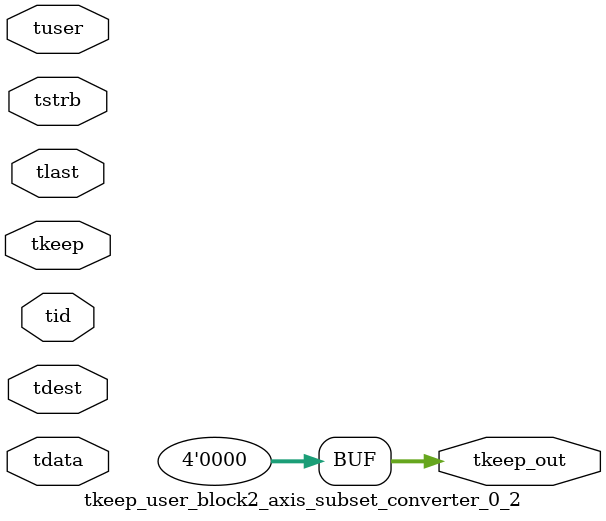
<source format=v>


`timescale 1ps/1ps

module tkeep_user_block2_axis_subset_converter_0_2 #
(
parameter C_S_AXIS_TDATA_WIDTH = 32,
parameter C_S_AXIS_TUSER_WIDTH = 0,
parameter C_S_AXIS_TID_WIDTH   = 0,
parameter C_S_AXIS_TDEST_WIDTH = 0,
parameter C_M_AXIS_TDATA_WIDTH = 32
)
(
input  [(C_S_AXIS_TDATA_WIDTH == 0 ? 1 : C_S_AXIS_TDATA_WIDTH)-1:0     ] tdata,
input  [(C_S_AXIS_TUSER_WIDTH == 0 ? 1 : C_S_AXIS_TUSER_WIDTH)-1:0     ] tuser,
input  [(C_S_AXIS_TID_WIDTH   == 0 ? 1 : C_S_AXIS_TID_WIDTH)-1:0       ] tid,
input  [(C_S_AXIS_TDEST_WIDTH == 0 ? 1 : C_S_AXIS_TDEST_WIDTH)-1:0     ] tdest,
input  [(C_S_AXIS_TDATA_WIDTH/8)-1:0 ] tkeep,
input  [(C_S_AXIS_TDATA_WIDTH/8)-1:0 ] tstrb,
input                                                                    tlast,
output [(C_M_AXIS_TDATA_WIDTH/8)-1:0 ] tkeep_out
);

assign tkeep_out = {1'b0};

endmodule


</source>
